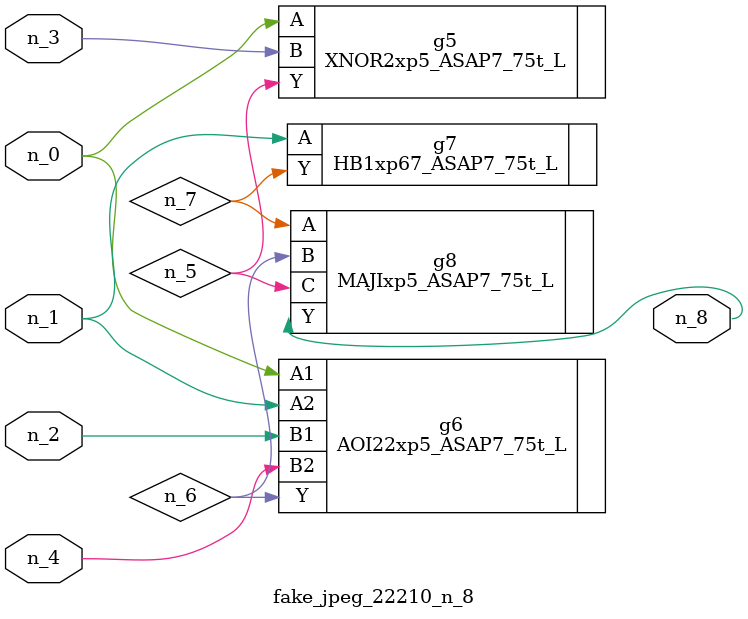
<source format=v>
module fake_jpeg_22210_n_8 (n_3, n_2, n_1, n_0, n_4, n_8);

input n_3;
input n_2;
input n_1;
input n_0;
input n_4;

output n_8;

wire n_6;
wire n_5;
wire n_7;

XNOR2xp5_ASAP7_75t_L g5 ( 
.A(n_0),
.B(n_3),
.Y(n_5)
);

AOI22xp5_ASAP7_75t_L g6 ( 
.A1(n_0),
.A2(n_1),
.B1(n_2),
.B2(n_4),
.Y(n_6)
);

HB1xp67_ASAP7_75t_L g7 ( 
.A(n_1),
.Y(n_7)
);

MAJIxp5_ASAP7_75t_L g8 ( 
.A(n_7),
.B(n_6),
.C(n_5),
.Y(n_8)
);


endmodule
</source>
